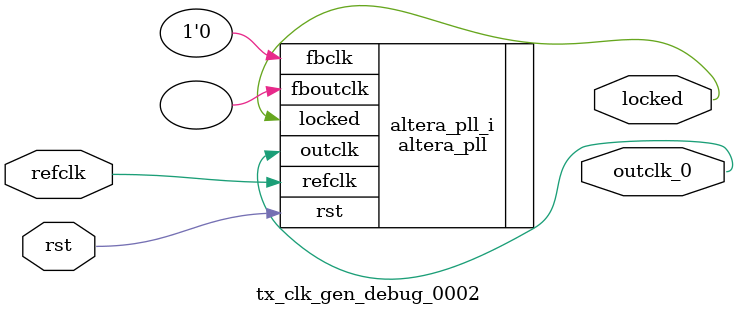
<source format=v>
`timescale 1ns/10ps
module  tx_clk_gen_debug_0002(

	// interface 'refclk'
	input wire refclk,

	// interface 'reset'
	input wire rst,

	// interface 'outclk0'
	output wire outclk_0,

	// interface 'locked'
	output wire locked
);

	altera_pll #(
		.fractional_vco_multiplier("false"),
		.reference_clock_frequency("50.0 MHz"),
		.operation_mode("direct"),
		.number_of_clocks(1),
		.output_clock_frequency0("146.000000 MHz"),
		.phase_shift0("0 ps"),
		.duty_cycle0(50),
		.output_clock_frequency1("0 MHz"),
		.phase_shift1("0 ps"),
		.duty_cycle1(50),
		.output_clock_frequency2("0 MHz"),
		.phase_shift2("0 ps"),
		.duty_cycle2(50),
		.output_clock_frequency3("0 MHz"),
		.phase_shift3("0 ps"),
		.duty_cycle3(50),
		.output_clock_frequency4("0 MHz"),
		.phase_shift4("0 ps"),
		.duty_cycle4(50),
		.output_clock_frequency5("0 MHz"),
		.phase_shift5("0 ps"),
		.duty_cycle5(50),
		.output_clock_frequency6("0 MHz"),
		.phase_shift6("0 ps"),
		.duty_cycle6(50),
		.output_clock_frequency7("0 MHz"),
		.phase_shift7("0 ps"),
		.duty_cycle7(50),
		.output_clock_frequency8("0 MHz"),
		.phase_shift8("0 ps"),
		.duty_cycle8(50),
		.output_clock_frequency9("0 MHz"),
		.phase_shift9("0 ps"),
		.duty_cycle9(50),
		.output_clock_frequency10("0 MHz"),
		.phase_shift10("0 ps"),
		.duty_cycle10(50),
		.output_clock_frequency11("0 MHz"),
		.phase_shift11("0 ps"),
		.duty_cycle11(50),
		.output_clock_frequency12("0 MHz"),
		.phase_shift12("0 ps"),
		.duty_cycle12(50),
		.output_clock_frequency13("0 MHz"),
		.phase_shift13("0 ps"),
		.duty_cycle13(50),
		.output_clock_frequency14("0 MHz"),
		.phase_shift14("0 ps"),
		.duty_cycle14(50),
		.output_clock_frequency15("0 MHz"),
		.phase_shift15("0 ps"),
		.duty_cycle15(50),
		.output_clock_frequency16("0 MHz"),
		.phase_shift16("0 ps"),
		.duty_cycle16(50),
		.output_clock_frequency17("0 MHz"),
		.phase_shift17("0 ps"),
		.duty_cycle17(50),
		.pll_type("General"),
		.pll_subtype("General")
	) altera_pll_i (
		.rst	(rst),
		.outclk	({outclk_0}),
		.locked	(locked),
		.fboutclk	( ),
		.fbclk	(1'b0),
		.refclk	(refclk)
	);
endmodule


</source>
